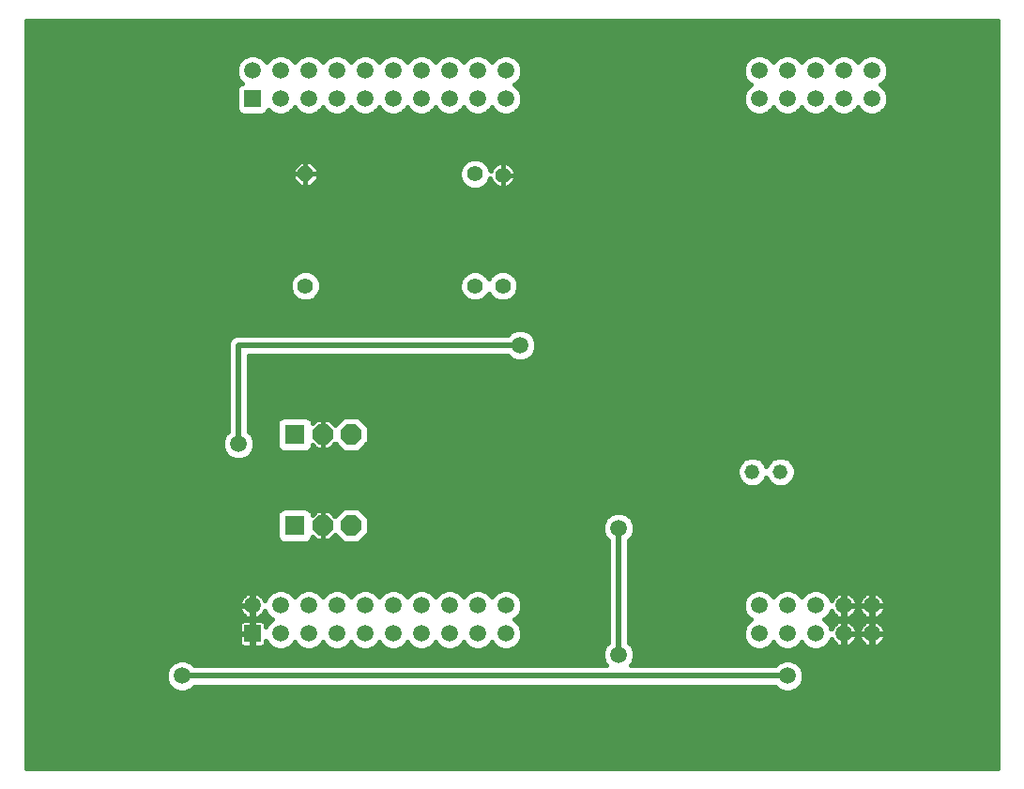
<source format=gbl>
G75*
%MOIN*%
%OFA0B0*%
%FSLAX25Y25*%
%IPPOS*%
%LPD*%
%AMOC8*
5,1,8,0,0,1.08239X$1,22.5*
%
%ADD10C,0.05200*%
%ADD11R,0.07087X0.07087*%
%ADD12OC8,0.07087*%
%ADD13R,0.05937X0.05937*%
%ADD14C,0.05937*%
%ADD15C,0.05512*%
%ADD16OC8,0.05512*%
%ADD17C,0.01600*%
%ADD18C,0.05906*%
%ADD19C,0.02000*%
D10*
X0279300Y0121800D03*
X0289300Y0121800D03*
D11*
X0116800Y0135206D03*
X0116800Y0102706D03*
D12*
X0126800Y0102706D03*
X0136800Y0102706D03*
X0136800Y0135206D03*
X0126800Y0135206D03*
D13*
X0101800Y0064300D03*
X0101800Y0254300D03*
D14*
X0111800Y0254300D03*
X0111800Y0264300D03*
X0101800Y0264300D03*
X0121800Y0264300D03*
X0131800Y0264300D03*
X0131800Y0254300D03*
X0121800Y0254300D03*
X0141800Y0254300D03*
X0141800Y0264300D03*
X0151800Y0264300D03*
X0161800Y0264300D03*
X0161800Y0254300D03*
X0151800Y0254300D03*
X0171800Y0254300D03*
X0181800Y0254300D03*
X0181800Y0264300D03*
X0171800Y0264300D03*
X0191800Y0264300D03*
X0191800Y0254300D03*
X0281800Y0254300D03*
X0281800Y0264300D03*
X0291800Y0264300D03*
X0301800Y0264300D03*
X0301800Y0254300D03*
X0291800Y0254300D03*
X0311800Y0254300D03*
X0321800Y0254300D03*
X0321800Y0264300D03*
X0311800Y0264300D03*
X0311800Y0074300D03*
X0321800Y0074300D03*
X0321800Y0064300D03*
X0311800Y0064300D03*
X0301800Y0064300D03*
X0291800Y0064300D03*
X0281800Y0064300D03*
X0281800Y0074300D03*
X0291800Y0074300D03*
X0301800Y0074300D03*
X0191800Y0074300D03*
X0181800Y0074300D03*
X0171800Y0074300D03*
X0161800Y0074300D03*
X0151800Y0074300D03*
X0141800Y0074300D03*
X0131800Y0074300D03*
X0121800Y0074300D03*
X0111800Y0074300D03*
X0101800Y0074300D03*
X0111800Y0064300D03*
X0121800Y0064300D03*
X0131800Y0064300D03*
X0141800Y0064300D03*
X0151800Y0064300D03*
X0161800Y0064300D03*
X0171800Y0064300D03*
X0181800Y0064300D03*
X0191800Y0064300D03*
D15*
X0190658Y0187902D03*
X0180816Y0187902D03*
X0180816Y0227666D03*
X0190658Y0227272D03*
X0120580Y0187902D03*
D16*
X0120580Y0227666D03*
D17*
X0021600Y0281961D02*
X0021600Y0016600D01*
X0366331Y0016600D01*
X0366331Y0281961D01*
X0021600Y0281961D01*
X0021600Y0281948D02*
X0366331Y0281948D01*
X0366331Y0280350D02*
X0021600Y0280350D01*
X0021600Y0278751D02*
X0366331Y0278751D01*
X0366331Y0277153D02*
X0021600Y0277153D01*
X0021600Y0275554D02*
X0366331Y0275554D01*
X0366331Y0273956D02*
X0021600Y0273956D01*
X0021600Y0272357D02*
X0366331Y0272357D01*
X0366331Y0270759D02*
X0021600Y0270759D01*
X0021600Y0269160D02*
X0098502Y0269160D01*
X0098532Y0269190D02*
X0096910Y0267568D01*
X0096031Y0265447D01*
X0096031Y0263153D01*
X0096910Y0261032D01*
X0097991Y0259951D01*
X0097245Y0259642D01*
X0096458Y0258855D01*
X0096031Y0257825D01*
X0096031Y0250775D01*
X0096458Y0249745D01*
X0097245Y0248958D01*
X0098275Y0248531D01*
X0105325Y0248531D01*
X0106355Y0248958D01*
X0107142Y0249745D01*
X0107451Y0250491D01*
X0108532Y0249410D01*
X0110653Y0248531D01*
X0112947Y0248531D01*
X0115068Y0249410D01*
X0116690Y0251032D01*
X0116800Y0251297D01*
X0116910Y0251032D01*
X0118532Y0249410D01*
X0120653Y0248531D01*
X0122947Y0248531D01*
X0125068Y0249410D01*
X0126690Y0251032D01*
X0126800Y0251297D01*
X0126910Y0251032D01*
X0128532Y0249410D01*
X0130653Y0248531D01*
X0132947Y0248531D01*
X0135068Y0249410D01*
X0136690Y0251032D01*
X0136800Y0251297D01*
X0136910Y0251032D01*
X0138532Y0249410D01*
X0140653Y0248531D01*
X0142947Y0248531D01*
X0145068Y0249410D01*
X0146690Y0251032D01*
X0146800Y0251297D01*
X0146910Y0251032D01*
X0148532Y0249410D01*
X0150653Y0248531D01*
X0152947Y0248531D01*
X0155068Y0249410D01*
X0156690Y0251032D01*
X0156800Y0251297D01*
X0156910Y0251032D01*
X0158532Y0249410D01*
X0160653Y0248531D01*
X0162947Y0248531D01*
X0165068Y0249410D01*
X0166690Y0251032D01*
X0166800Y0251297D01*
X0166910Y0251032D01*
X0168532Y0249410D01*
X0170653Y0248531D01*
X0172947Y0248531D01*
X0175068Y0249410D01*
X0176690Y0251032D01*
X0176800Y0251297D01*
X0176910Y0251032D01*
X0178532Y0249410D01*
X0180653Y0248531D01*
X0182947Y0248531D01*
X0185068Y0249410D01*
X0186690Y0251032D01*
X0186800Y0251297D01*
X0186910Y0251032D01*
X0188532Y0249410D01*
X0190653Y0248531D01*
X0192947Y0248531D01*
X0195068Y0249410D01*
X0196690Y0251032D01*
X0197568Y0253153D01*
X0197568Y0255447D01*
X0196690Y0257568D01*
X0195068Y0259190D01*
X0194803Y0259300D01*
X0195068Y0259410D01*
X0196690Y0261032D01*
X0197568Y0263153D01*
X0197568Y0265447D01*
X0196690Y0267568D01*
X0195068Y0269190D01*
X0192947Y0270068D01*
X0190653Y0270068D01*
X0188532Y0269190D01*
X0186910Y0267568D01*
X0186800Y0267303D01*
X0186690Y0267568D01*
X0185068Y0269190D01*
X0182947Y0270068D01*
X0180653Y0270068D01*
X0178532Y0269190D01*
X0176910Y0267568D01*
X0176800Y0267303D01*
X0176690Y0267568D01*
X0175068Y0269190D01*
X0172947Y0270068D01*
X0170653Y0270068D01*
X0168532Y0269190D01*
X0166910Y0267568D01*
X0166800Y0267303D01*
X0166690Y0267568D01*
X0165068Y0269190D01*
X0162947Y0270068D01*
X0160653Y0270068D01*
X0158532Y0269190D01*
X0156910Y0267568D01*
X0156800Y0267303D01*
X0156690Y0267568D01*
X0155068Y0269190D01*
X0152947Y0270068D01*
X0150653Y0270068D01*
X0148532Y0269190D01*
X0146910Y0267568D01*
X0146800Y0267303D01*
X0146690Y0267568D01*
X0145068Y0269190D01*
X0142947Y0270068D01*
X0140653Y0270068D01*
X0138532Y0269190D01*
X0136910Y0267568D01*
X0136800Y0267303D01*
X0136690Y0267568D01*
X0135068Y0269190D01*
X0132947Y0270068D01*
X0130653Y0270068D01*
X0128532Y0269190D01*
X0126910Y0267568D01*
X0126800Y0267303D01*
X0126690Y0267568D01*
X0125068Y0269190D01*
X0122947Y0270068D01*
X0120653Y0270068D01*
X0118532Y0269190D01*
X0116910Y0267568D01*
X0116800Y0267303D01*
X0116690Y0267568D01*
X0115068Y0269190D01*
X0112947Y0270068D01*
X0110653Y0270068D01*
X0108532Y0269190D01*
X0106910Y0267568D01*
X0106800Y0267303D01*
X0106690Y0267568D01*
X0105068Y0269190D01*
X0102947Y0270068D01*
X0100653Y0270068D01*
X0098532Y0269190D01*
X0096907Y0267562D02*
X0021600Y0267562D01*
X0021600Y0265963D02*
X0096245Y0265963D01*
X0096031Y0264365D02*
X0021600Y0264365D01*
X0021600Y0262766D02*
X0096191Y0262766D01*
X0096854Y0261168D02*
X0021600Y0261168D01*
X0021600Y0259569D02*
X0097172Y0259569D01*
X0096092Y0257971D02*
X0021600Y0257971D01*
X0021600Y0256372D02*
X0096031Y0256372D01*
X0096031Y0254774D02*
X0021600Y0254774D01*
X0021600Y0253175D02*
X0096031Y0253175D01*
X0096031Y0251577D02*
X0021600Y0251577D01*
X0021600Y0249978D02*
X0096361Y0249978D01*
X0107239Y0249978D02*
X0107964Y0249978D01*
X0115636Y0249978D02*
X0117964Y0249978D01*
X0125636Y0249978D02*
X0127964Y0249978D01*
X0135636Y0249978D02*
X0137964Y0249978D01*
X0145636Y0249978D02*
X0147964Y0249978D01*
X0155636Y0249978D02*
X0157964Y0249978D01*
X0165636Y0249978D02*
X0167964Y0249978D01*
X0175636Y0249978D02*
X0177964Y0249978D01*
X0185636Y0249978D02*
X0187964Y0249978D01*
X0195636Y0249978D02*
X0277964Y0249978D01*
X0278532Y0249410D02*
X0276910Y0251032D01*
X0276031Y0253153D01*
X0276031Y0255447D01*
X0276910Y0257568D01*
X0278532Y0259190D01*
X0278797Y0259300D01*
X0278532Y0259410D01*
X0276910Y0261032D01*
X0276031Y0263153D01*
X0276031Y0265447D01*
X0276910Y0267568D01*
X0278532Y0269190D01*
X0280653Y0270068D01*
X0282947Y0270068D01*
X0285068Y0269190D01*
X0286690Y0267568D01*
X0286800Y0267303D01*
X0286910Y0267568D01*
X0288532Y0269190D01*
X0290653Y0270068D01*
X0292947Y0270068D01*
X0295068Y0269190D01*
X0296690Y0267568D01*
X0296800Y0267303D01*
X0296910Y0267568D01*
X0298532Y0269190D01*
X0300653Y0270068D01*
X0302947Y0270068D01*
X0305068Y0269190D01*
X0306690Y0267568D01*
X0306800Y0267303D01*
X0306910Y0267568D01*
X0308532Y0269190D01*
X0310653Y0270068D01*
X0312947Y0270068D01*
X0315068Y0269190D01*
X0316690Y0267568D01*
X0316800Y0267303D01*
X0316910Y0267568D01*
X0318532Y0269190D01*
X0320653Y0270068D01*
X0322947Y0270068D01*
X0325068Y0269190D01*
X0326690Y0267568D01*
X0327568Y0265447D01*
X0327568Y0263153D01*
X0326690Y0261032D01*
X0325068Y0259410D01*
X0324803Y0259300D01*
X0325068Y0259190D01*
X0326690Y0257568D01*
X0327568Y0255447D01*
X0327568Y0253153D01*
X0326690Y0251032D01*
X0325068Y0249410D01*
X0322947Y0248531D01*
X0320653Y0248531D01*
X0318532Y0249410D01*
X0316910Y0251032D01*
X0316800Y0251297D01*
X0316690Y0251032D01*
X0315068Y0249410D01*
X0312947Y0248531D01*
X0310653Y0248531D01*
X0308532Y0249410D01*
X0306910Y0251032D01*
X0306800Y0251297D01*
X0306690Y0251032D01*
X0305068Y0249410D01*
X0302947Y0248531D01*
X0300653Y0248531D01*
X0298532Y0249410D01*
X0296910Y0251032D01*
X0296800Y0251297D01*
X0296690Y0251032D01*
X0295068Y0249410D01*
X0292947Y0248531D01*
X0290653Y0248531D01*
X0288532Y0249410D01*
X0286910Y0251032D01*
X0286800Y0251297D01*
X0286690Y0251032D01*
X0285068Y0249410D01*
X0282947Y0248531D01*
X0280653Y0248531D01*
X0278532Y0249410D01*
X0276684Y0251577D02*
X0196916Y0251577D01*
X0197568Y0253175D02*
X0276031Y0253175D01*
X0276031Y0254774D02*
X0197568Y0254774D01*
X0197185Y0256372D02*
X0276415Y0256372D01*
X0277313Y0257971D02*
X0196287Y0257971D01*
X0195227Y0259569D02*
X0278373Y0259569D01*
X0276854Y0261168D02*
X0196746Y0261168D01*
X0197408Y0262766D02*
X0276191Y0262766D01*
X0276031Y0264365D02*
X0197568Y0264365D01*
X0197355Y0265963D02*
X0276245Y0265963D01*
X0276907Y0267562D02*
X0196693Y0267562D01*
X0195098Y0269160D02*
X0278502Y0269160D01*
X0285098Y0269160D02*
X0288502Y0269160D01*
X0286907Y0267562D02*
X0286693Y0267562D01*
X0295098Y0269160D02*
X0298502Y0269160D01*
X0296907Y0267562D02*
X0296693Y0267562D01*
X0305098Y0269160D02*
X0308502Y0269160D01*
X0306907Y0267562D02*
X0306693Y0267562D01*
X0315098Y0269160D02*
X0318502Y0269160D01*
X0316907Y0267562D02*
X0316693Y0267562D01*
X0325098Y0269160D02*
X0366331Y0269160D01*
X0366331Y0267562D02*
X0326693Y0267562D01*
X0327355Y0265963D02*
X0366331Y0265963D01*
X0366331Y0264365D02*
X0327568Y0264365D01*
X0327408Y0262766D02*
X0366331Y0262766D01*
X0366331Y0261168D02*
X0326746Y0261168D01*
X0325227Y0259569D02*
X0366331Y0259569D01*
X0366331Y0257971D02*
X0326287Y0257971D01*
X0327185Y0256372D02*
X0366331Y0256372D01*
X0366331Y0254774D02*
X0327568Y0254774D01*
X0327568Y0253175D02*
X0366331Y0253175D01*
X0366331Y0251577D02*
X0326916Y0251577D01*
X0325636Y0249978D02*
X0366331Y0249978D01*
X0366331Y0248380D02*
X0021600Y0248380D01*
X0021600Y0246781D02*
X0366331Y0246781D01*
X0366331Y0245183D02*
X0021600Y0245183D01*
X0021600Y0243584D02*
X0366331Y0243584D01*
X0366331Y0241986D02*
X0021600Y0241986D01*
X0021600Y0240387D02*
X0366331Y0240387D01*
X0366331Y0238789D02*
X0021600Y0238789D01*
X0021600Y0237190D02*
X0366331Y0237190D01*
X0366331Y0235592D02*
X0021600Y0235592D01*
X0021600Y0233993D02*
X0366331Y0233993D01*
X0366331Y0232395D02*
X0183919Y0232395D01*
X0183963Y0232376D02*
X0181921Y0233222D01*
X0179711Y0233222D01*
X0177669Y0232376D01*
X0176106Y0230813D01*
X0175260Y0228771D01*
X0175260Y0226561D01*
X0176106Y0224519D01*
X0177669Y0222956D01*
X0179711Y0222110D01*
X0181921Y0222110D01*
X0183963Y0222956D01*
X0185526Y0224519D01*
X0186219Y0226192D01*
X0186436Y0225524D01*
X0186762Y0224885D01*
X0187183Y0224304D01*
X0187690Y0223797D01*
X0188270Y0223376D01*
X0188909Y0223050D01*
X0189591Y0222829D01*
X0190300Y0222717D01*
X0190658Y0222717D01*
X0190658Y0227272D01*
X0190658Y0227272D01*
X0190658Y0222717D01*
X0191017Y0222717D01*
X0191725Y0222829D01*
X0192407Y0223050D01*
X0193046Y0223376D01*
X0193626Y0223797D01*
X0194133Y0224304D01*
X0194555Y0224885D01*
X0194880Y0225524D01*
X0195102Y0226206D01*
X0195214Y0226914D01*
X0195214Y0227272D01*
X0190658Y0227272D01*
X0190658Y0227272D01*
X0190658Y0227273D02*
X0190658Y0231828D01*
X0190300Y0231828D01*
X0189591Y0231716D01*
X0188909Y0231495D01*
X0188270Y0231169D01*
X0187690Y0230747D01*
X0187183Y0230240D01*
X0186762Y0229660D01*
X0186436Y0229021D01*
X0186362Y0228794D01*
X0185526Y0230813D01*
X0183963Y0232376D01*
X0185533Y0230796D02*
X0187757Y0230796D01*
X0186526Y0229198D02*
X0186195Y0229198D01*
X0186139Y0226001D02*
X0186281Y0226001D01*
X0187112Y0224402D02*
X0185409Y0224402D01*
X0183595Y0222803D02*
X0189751Y0222803D01*
X0190658Y0222803D02*
X0190658Y0222803D01*
X0191566Y0222803D02*
X0366331Y0222803D01*
X0366331Y0221205D02*
X0021600Y0221205D01*
X0021600Y0222803D02*
X0178037Y0222803D01*
X0176223Y0224402D02*
X0123758Y0224402D01*
X0122467Y0223110D02*
X0125135Y0225779D01*
X0125135Y0227666D01*
X0120580Y0227666D01*
X0120580Y0227666D01*
X0125135Y0227666D01*
X0125135Y0229553D01*
X0122467Y0232222D01*
X0120580Y0232222D01*
X0120580Y0227666D01*
X0120580Y0223110D01*
X0122467Y0223110D01*
X0120579Y0223110D02*
X0120579Y0227666D01*
X0116024Y0227666D01*
X0116024Y0225779D01*
X0118692Y0223110D01*
X0120579Y0223110D01*
X0120579Y0224402D02*
X0120580Y0224402D01*
X0120579Y0226001D02*
X0120580Y0226001D01*
X0120579Y0227599D02*
X0120580Y0227599D01*
X0120579Y0227666D02*
X0120580Y0227666D01*
X0120579Y0227666D01*
X0120579Y0227666D01*
X0116024Y0227666D01*
X0116024Y0229553D01*
X0118692Y0232222D01*
X0120579Y0232222D01*
X0120579Y0227666D01*
X0120579Y0229198D02*
X0120580Y0229198D01*
X0120579Y0230796D02*
X0120580Y0230796D01*
X0123893Y0230796D02*
X0176099Y0230796D01*
X0175436Y0229198D02*
X0125135Y0229198D01*
X0125135Y0227599D02*
X0175260Y0227599D01*
X0175492Y0226001D02*
X0125135Y0226001D01*
X0117401Y0224402D02*
X0021600Y0224402D01*
X0021600Y0226001D02*
X0116024Y0226001D01*
X0116024Y0227599D02*
X0021600Y0227599D01*
X0021600Y0229198D02*
X0116024Y0229198D01*
X0117266Y0230796D02*
X0021600Y0230796D01*
X0021600Y0232395D02*
X0177713Y0232395D01*
X0190658Y0231828D02*
X0190658Y0227273D01*
X0190658Y0227273D01*
X0190658Y0227272D02*
X0195214Y0227272D01*
X0195214Y0227631D01*
X0195102Y0228339D01*
X0194880Y0229021D01*
X0194555Y0229660D01*
X0194133Y0230240D01*
X0193626Y0230747D01*
X0193046Y0231169D01*
X0192407Y0231495D01*
X0191725Y0231716D01*
X0191017Y0231828D01*
X0190658Y0231828D01*
X0190658Y0230796D02*
X0190658Y0230796D01*
X0190658Y0229198D02*
X0190658Y0229198D01*
X0190658Y0227599D02*
X0190658Y0227599D01*
X0190658Y0226001D02*
X0190658Y0226001D01*
X0190658Y0224402D02*
X0190658Y0224402D01*
X0194204Y0224402D02*
X0366331Y0224402D01*
X0366331Y0226001D02*
X0195035Y0226001D01*
X0195214Y0227599D02*
X0366331Y0227599D01*
X0366331Y0229198D02*
X0194791Y0229198D01*
X0193559Y0230796D02*
X0366331Y0230796D01*
X0366331Y0219606D02*
X0021600Y0219606D01*
X0021600Y0218008D02*
X0366331Y0218008D01*
X0366331Y0216409D02*
X0021600Y0216409D01*
X0021600Y0214811D02*
X0366331Y0214811D01*
X0366331Y0213212D02*
X0021600Y0213212D01*
X0021600Y0211614D02*
X0366331Y0211614D01*
X0366331Y0210015D02*
X0021600Y0210015D01*
X0021600Y0208417D02*
X0366331Y0208417D01*
X0366331Y0206818D02*
X0021600Y0206818D01*
X0021600Y0205220D02*
X0366331Y0205220D01*
X0366331Y0203621D02*
X0021600Y0203621D01*
X0021600Y0202023D02*
X0366331Y0202023D01*
X0366331Y0200424D02*
X0021600Y0200424D01*
X0021600Y0198826D02*
X0366331Y0198826D01*
X0366331Y0197227D02*
X0021600Y0197227D01*
X0021600Y0195629D02*
X0366331Y0195629D01*
X0366331Y0194030D02*
X0021600Y0194030D01*
X0021600Y0192432D02*
X0117252Y0192432D01*
X0117432Y0192612D02*
X0115869Y0191050D01*
X0115024Y0189007D01*
X0115024Y0186797D01*
X0115869Y0184755D01*
X0117432Y0183192D01*
X0119474Y0182346D01*
X0121685Y0182346D01*
X0123727Y0183192D01*
X0125290Y0184755D01*
X0126135Y0186797D01*
X0126135Y0189007D01*
X0125290Y0191050D01*
X0123727Y0192612D01*
X0121685Y0193458D01*
X0119474Y0193458D01*
X0117432Y0192612D01*
X0115780Y0190833D02*
X0021600Y0190833D01*
X0021600Y0189235D02*
X0115118Y0189235D01*
X0115024Y0187636D02*
X0021600Y0187636D01*
X0021600Y0186038D02*
X0115338Y0186038D01*
X0116185Y0184439D02*
X0021600Y0184439D01*
X0021600Y0182841D02*
X0118281Y0182841D01*
X0122878Y0182841D02*
X0178517Y0182841D01*
X0177669Y0183192D02*
X0179711Y0182346D01*
X0181921Y0182346D01*
X0183963Y0183192D01*
X0185526Y0184755D01*
X0185737Y0185265D01*
X0185948Y0184755D01*
X0187511Y0183192D01*
X0189553Y0182346D01*
X0191763Y0182346D01*
X0193805Y0183192D01*
X0195368Y0184755D01*
X0196214Y0186797D01*
X0196214Y0189007D01*
X0195368Y0191050D01*
X0193805Y0192612D01*
X0191763Y0193458D01*
X0189553Y0193458D01*
X0187511Y0192612D01*
X0185948Y0191050D01*
X0185737Y0190540D01*
X0185526Y0191050D01*
X0183963Y0192612D01*
X0181921Y0193458D01*
X0179711Y0193458D01*
X0177669Y0192612D01*
X0176106Y0191050D01*
X0175260Y0189007D01*
X0175260Y0186797D01*
X0176106Y0184755D01*
X0177669Y0183192D01*
X0176422Y0184439D02*
X0124974Y0184439D01*
X0125821Y0186038D02*
X0175574Y0186038D01*
X0175260Y0187636D02*
X0126135Y0187636D01*
X0126041Y0189235D02*
X0175354Y0189235D01*
X0176016Y0190833D02*
X0125379Y0190833D01*
X0123907Y0192432D02*
X0177488Y0192432D01*
X0184144Y0192432D02*
X0187330Y0192432D01*
X0185859Y0190833D02*
X0185615Y0190833D01*
X0185210Y0184439D02*
X0186264Y0184439D01*
X0188360Y0182841D02*
X0183114Y0182841D01*
X0192957Y0182841D02*
X0366331Y0182841D01*
X0366331Y0184439D02*
X0195052Y0184439D01*
X0195900Y0186038D02*
X0366331Y0186038D01*
X0366331Y0187636D02*
X0196214Y0187636D01*
X0196120Y0189235D02*
X0366331Y0189235D01*
X0366331Y0190833D02*
X0195458Y0190833D01*
X0193986Y0192432D02*
X0366331Y0192432D01*
X0366331Y0181242D02*
X0021600Y0181242D01*
X0021600Y0179644D02*
X0366331Y0179644D01*
X0366331Y0178045D02*
X0021600Y0178045D01*
X0021600Y0176447D02*
X0366331Y0176447D01*
X0366331Y0174848D02*
X0021600Y0174848D01*
X0021600Y0173250D02*
X0366331Y0173250D01*
X0366331Y0171651D02*
X0200084Y0171651D01*
X0200059Y0171677D02*
X0197944Y0172553D01*
X0195656Y0172553D01*
X0193541Y0171677D01*
X0192464Y0170600D01*
X0096044Y0170600D01*
X0094647Y0170021D01*
X0093579Y0168953D01*
X0093000Y0167556D01*
X0093000Y0136136D01*
X0091923Y0135059D01*
X0091047Y0132944D01*
X0091047Y0130656D01*
X0091923Y0128541D01*
X0093541Y0126923D01*
X0095656Y0126047D01*
X0097944Y0126047D01*
X0100059Y0126923D01*
X0101677Y0128541D01*
X0102553Y0130656D01*
X0102553Y0132944D01*
X0101677Y0135059D01*
X0100600Y0136136D01*
X0100600Y0163000D01*
X0192464Y0163000D01*
X0193541Y0161923D01*
X0195656Y0161047D01*
X0197944Y0161047D01*
X0200059Y0161923D01*
X0201677Y0163541D01*
X0202553Y0165656D01*
X0202553Y0167944D01*
X0201677Y0170059D01*
X0200059Y0171677D01*
X0201679Y0170053D02*
X0366331Y0170053D01*
X0366331Y0168454D02*
X0202342Y0168454D01*
X0202553Y0166856D02*
X0366331Y0166856D01*
X0366331Y0165257D02*
X0202388Y0165257D01*
X0201726Y0163659D02*
X0366331Y0163659D01*
X0366331Y0162060D02*
X0200196Y0162060D01*
X0193404Y0162060D02*
X0100600Y0162060D01*
X0100600Y0160462D02*
X0366331Y0160462D01*
X0366331Y0158863D02*
X0100600Y0158863D01*
X0100600Y0157265D02*
X0366331Y0157265D01*
X0366331Y0155666D02*
X0100600Y0155666D01*
X0100600Y0154068D02*
X0366331Y0154068D01*
X0366331Y0152469D02*
X0100600Y0152469D01*
X0100600Y0150870D02*
X0366331Y0150870D01*
X0366331Y0149272D02*
X0100600Y0149272D01*
X0100600Y0147673D02*
X0366331Y0147673D01*
X0366331Y0146075D02*
X0100600Y0146075D01*
X0100600Y0144476D02*
X0366331Y0144476D01*
X0366331Y0142878D02*
X0100600Y0142878D01*
X0100600Y0141279D02*
X0112049Y0141279D01*
X0111671Y0141123D02*
X0110883Y0140335D01*
X0110457Y0139306D01*
X0110457Y0131105D01*
X0110883Y0130076D01*
X0111671Y0129288D01*
X0112700Y0128862D01*
X0120900Y0128862D01*
X0121929Y0129288D01*
X0122717Y0130076D01*
X0123143Y0131105D01*
X0123143Y0131306D01*
X0124587Y0129862D01*
X0126800Y0129862D01*
X0129013Y0129862D01*
X0131093Y0131942D01*
X0134173Y0128862D01*
X0139427Y0128862D01*
X0143143Y0132578D01*
X0143143Y0137833D01*
X0139427Y0141549D01*
X0134173Y0141549D01*
X0131093Y0138469D01*
X0129013Y0140549D01*
X0126800Y0140549D01*
X0126800Y0135206D01*
X0126800Y0140549D01*
X0124587Y0140549D01*
X0123143Y0139105D01*
X0123143Y0139306D01*
X0122717Y0140335D01*
X0121929Y0141123D01*
X0120900Y0141549D01*
X0112700Y0141549D01*
X0111671Y0141123D01*
X0110612Y0139681D02*
X0100600Y0139681D01*
X0100600Y0138082D02*
X0110457Y0138082D01*
X0110457Y0136484D02*
X0100600Y0136484D01*
X0101749Y0134885D02*
X0110457Y0134885D01*
X0110457Y0133287D02*
X0102411Y0133287D01*
X0102553Y0131688D02*
X0110457Y0131688D01*
X0110877Y0130090D02*
X0102318Y0130090D01*
X0101627Y0128491D02*
X0366331Y0128491D01*
X0366331Y0126893D02*
X0291116Y0126893D01*
X0290374Y0127200D02*
X0288226Y0127200D01*
X0286241Y0126378D01*
X0284722Y0124859D01*
X0284300Y0123840D01*
X0283878Y0124859D01*
X0282359Y0126378D01*
X0280374Y0127200D01*
X0278226Y0127200D01*
X0276241Y0126378D01*
X0274722Y0124859D01*
X0273900Y0122874D01*
X0273900Y0120726D01*
X0274722Y0118741D01*
X0276241Y0117222D01*
X0278226Y0116400D01*
X0280374Y0116400D01*
X0282359Y0117222D01*
X0283878Y0118741D01*
X0284300Y0119760D01*
X0284722Y0118741D01*
X0286241Y0117222D01*
X0288226Y0116400D01*
X0290374Y0116400D01*
X0292359Y0117222D01*
X0293878Y0118741D01*
X0294700Y0120726D01*
X0294700Y0122874D01*
X0293878Y0124859D01*
X0292359Y0126378D01*
X0290374Y0127200D01*
X0287484Y0126893D02*
X0281116Y0126893D01*
X0283442Y0125294D02*
X0285158Y0125294D01*
X0284656Y0118900D02*
X0283944Y0118900D01*
X0282438Y0117302D02*
X0286161Y0117302D01*
X0292438Y0117302D02*
X0366331Y0117302D01*
X0366331Y0118900D02*
X0293944Y0118900D01*
X0294606Y0120499D02*
X0366331Y0120499D01*
X0366331Y0122097D02*
X0294700Y0122097D01*
X0294360Y0123696D02*
X0366331Y0123696D01*
X0366331Y0125294D02*
X0293442Y0125294D01*
X0277484Y0126893D02*
X0099986Y0126893D01*
X0093614Y0126893D02*
X0021600Y0126893D01*
X0021600Y0128491D02*
X0091973Y0128491D01*
X0091282Y0130090D02*
X0021600Y0130090D01*
X0021600Y0131688D02*
X0091047Y0131688D01*
X0091189Y0133287D02*
X0021600Y0133287D01*
X0021600Y0134885D02*
X0091851Y0134885D01*
X0093000Y0136484D02*
X0021600Y0136484D01*
X0021600Y0138082D02*
X0093000Y0138082D01*
X0093000Y0139681D02*
X0021600Y0139681D01*
X0021600Y0141279D02*
X0093000Y0141279D01*
X0093000Y0142878D02*
X0021600Y0142878D01*
X0021600Y0144476D02*
X0093000Y0144476D01*
X0093000Y0146075D02*
X0021600Y0146075D01*
X0021600Y0147673D02*
X0093000Y0147673D01*
X0093000Y0149272D02*
X0021600Y0149272D01*
X0021600Y0150870D02*
X0093000Y0150870D01*
X0093000Y0152469D02*
X0021600Y0152469D01*
X0021600Y0154068D02*
X0093000Y0154068D01*
X0093000Y0155666D02*
X0021600Y0155666D01*
X0021600Y0157265D02*
X0093000Y0157265D01*
X0093000Y0158863D02*
X0021600Y0158863D01*
X0021600Y0160462D02*
X0093000Y0160462D01*
X0093000Y0162060D02*
X0021600Y0162060D01*
X0021600Y0163659D02*
X0093000Y0163659D01*
X0093000Y0165257D02*
X0021600Y0165257D01*
X0021600Y0166856D02*
X0093000Y0166856D01*
X0093372Y0168454D02*
X0021600Y0168454D01*
X0021600Y0170053D02*
X0094723Y0170053D01*
X0121551Y0141279D02*
X0133903Y0141279D01*
X0132305Y0139681D02*
X0129881Y0139681D01*
X0126800Y0139681D02*
X0126800Y0139681D01*
X0126800Y0138082D02*
X0126800Y0138082D01*
X0126800Y0136484D02*
X0126800Y0136484D01*
X0126800Y0135206D02*
X0126800Y0135206D01*
X0126800Y0135205D02*
X0126800Y0129862D01*
X0126800Y0135205D01*
X0126800Y0135205D01*
X0126800Y0134885D02*
X0126800Y0134885D01*
X0126800Y0133287D02*
X0126800Y0133287D01*
X0126800Y0131688D02*
X0126800Y0131688D01*
X0126800Y0130090D02*
X0126800Y0130090D01*
X0129241Y0130090D02*
X0132945Y0130090D01*
X0131346Y0131688D02*
X0130839Y0131688D01*
X0124359Y0130090D02*
X0122723Y0130090D01*
X0122988Y0139681D02*
X0123719Y0139681D01*
X0139697Y0141279D02*
X0366331Y0141279D01*
X0366331Y0139681D02*
X0141295Y0139681D01*
X0142894Y0138082D02*
X0366331Y0138082D01*
X0366331Y0136484D02*
X0143143Y0136484D01*
X0143143Y0134885D02*
X0366331Y0134885D01*
X0366331Y0133287D02*
X0143143Y0133287D01*
X0142254Y0131688D02*
X0366331Y0131688D01*
X0366331Y0130090D02*
X0140655Y0130090D01*
X0139427Y0109049D02*
X0134173Y0109049D01*
X0131093Y0105969D01*
X0129013Y0108049D01*
X0126800Y0108049D01*
X0126800Y0102706D01*
X0126800Y0108049D01*
X0124587Y0108049D01*
X0123143Y0106605D01*
X0123143Y0106806D01*
X0122717Y0107835D01*
X0121929Y0108623D01*
X0120900Y0109049D01*
X0112700Y0109049D01*
X0111671Y0108623D01*
X0110883Y0107835D01*
X0110457Y0106806D01*
X0110457Y0098605D01*
X0110883Y0097576D01*
X0111671Y0096788D01*
X0112700Y0096362D01*
X0120900Y0096362D01*
X0121929Y0096788D01*
X0122717Y0097576D01*
X0123143Y0098605D01*
X0123143Y0098806D01*
X0124587Y0097362D01*
X0126800Y0097362D01*
X0129013Y0097362D01*
X0131093Y0099442D01*
X0134173Y0096362D01*
X0139427Y0096362D01*
X0143143Y0100078D01*
X0143143Y0105333D01*
X0139427Y0109049D01*
X0140766Y0107711D02*
X0366331Y0107711D01*
X0366331Y0109309D02*
X0021600Y0109309D01*
X0021600Y0107711D02*
X0110832Y0107711D01*
X0110457Y0106112D02*
X0021600Y0106112D01*
X0021600Y0104514D02*
X0110457Y0104514D01*
X0110457Y0102915D02*
X0021600Y0102915D01*
X0021600Y0101317D02*
X0110457Y0101317D01*
X0110457Y0099718D02*
X0021600Y0099718D01*
X0021600Y0098120D02*
X0110658Y0098120D01*
X0112316Y0096521D02*
X0021600Y0096521D01*
X0021600Y0094923D02*
X0228000Y0094923D01*
X0228000Y0096521D02*
X0139586Y0096521D01*
X0141185Y0098120D02*
X0227345Y0098120D01*
X0226923Y0098541D02*
X0228000Y0097464D01*
X0228000Y0061136D01*
X0226923Y0060059D01*
X0226047Y0057944D01*
X0226047Y0055656D01*
X0226923Y0053541D01*
X0227364Y0053100D01*
X0081136Y0053100D01*
X0080059Y0054177D01*
X0077944Y0055053D01*
X0075656Y0055053D01*
X0073541Y0054177D01*
X0071923Y0052559D01*
X0071047Y0050444D01*
X0071047Y0048156D01*
X0071923Y0046041D01*
X0073541Y0044423D01*
X0075656Y0043547D01*
X0077944Y0043547D01*
X0080059Y0044423D01*
X0081136Y0045500D01*
X0287464Y0045500D01*
X0288541Y0044423D01*
X0290656Y0043547D01*
X0292944Y0043547D01*
X0295059Y0044423D01*
X0296677Y0046041D01*
X0297553Y0048156D01*
X0297553Y0050444D01*
X0296677Y0052559D01*
X0295059Y0054177D01*
X0292944Y0055053D01*
X0290656Y0055053D01*
X0288541Y0054177D01*
X0287464Y0053100D01*
X0236236Y0053100D01*
X0236677Y0053541D01*
X0237553Y0055656D01*
X0237553Y0057944D01*
X0236677Y0060059D01*
X0235600Y0061136D01*
X0235600Y0097464D01*
X0236677Y0098541D01*
X0237553Y0100656D01*
X0237553Y0102944D01*
X0236677Y0105059D01*
X0235059Y0106677D01*
X0232944Y0107553D01*
X0230656Y0107553D01*
X0228541Y0106677D01*
X0226923Y0105059D01*
X0226047Y0102944D01*
X0226047Y0100656D01*
X0226923Y0098541D01*
X0226436Y0099718D02*
X0142783Y0099718D01*
X0143143Y0101317D02*
X0226047Y0101317D01*
X0226047Y0102915D02*
X0143143Y0102915D01*
X0143143Y0104514D02*
X0226697Y0104514D01*
X0227977Y0106112D02*
X0142364Y0106112D01*
X0132834Y0107711D02*
X0129351Y0107711D01*
X0130950Y0106112D02*
X0131236Y0106112D01*
X0126800Y0106112D02*
X0126800Y0106112D01*
X0126800Y0104514D02*
X0126800Y0104514D01*
X0126800Y0102915D02*
X0126800Y0102915D01*
X0126800Y0102706D02*
X0126800Y0102706D01*
X0126800Y0102705D02*
X0126800Y0097362D01*
X0126800Y0102705D01*
X0126800Y0102705D01*
X0126800Y0101317D02*
X0126800Y0101317D01*
X0126800Y0099718D02*
X0126800Y0099718D01*
X0126800Y0098120D02*
X0126800Y0098120D01*
X0129771Y0098120D02*
X0132415Y0098120D01*
X0134014Y0096521D02*
X0121284Y0096521D01*
X0122942Y0098120D02*
X0123829Y0098120D01*
X0124249Y0107711D02*
X0122768Y0107711D01*
X0126800Y0107711D02*
X0126800Y0107711D01*
X0122947Y0080068D02*
X0120653Y0080068D01*
X0118532Y0079190D01*
X0116910Y0077568D01*
X0116800Y0077303D01*
X0116690Y0077568D01*
X0115068Y0079190D01*
X0112947Y0080068D01*
X0110653Y0080068D01*
X0108532Y0079190D01*
X0106910Y0077568D01*
X0106261Y0076002D01*
X0106219Y0076130D01*
X0105878Y0076799D01*
X0105437Y0077406D01*
X0104906Y0077937D01*
X0104299Y0078378D01*
X0103630Y0078719D01*
X0102917Y0078951D01*
X0102175Y0079068D01*
X0101984Y0079068D01*
X0101984Y0074484D01*
X0101616Y0074484D01*
X0101616Y0074116D01*
X0101984Y0074116D01*
X0101984Y0069531D01*
X0102175Y0069531D01*
X0102917Y0069649D01*
X0103630Y0069881D01*
X0104299Y0070222D01*
X0104906Y0070663D01*
X0105437Y0071194D01*
X0105878Y0071801D01*
X0106219Y0072470D01*
X0106261Y0072598D01*
X0106910Y0071032D01*
X0108532Y0069410D01*
X0108797Y0069300D01*
X0108532Y0069190D01*
X0106910Y0067568D01*
X0106568Y0066744D01*
X0106568Y0067505D01*
X0106446Y0067963D01*
X0106209Y0068374D01*
X0105874Y0068709D01*
X0105463Y0068946D01*
X0105005Y0069068D01*
X0101984Y0069068D01*
X0101984Y0064484D01*
X0101616Y0064484D01*
X0101616Y0064116D01*
X0101984Y0064116D01*
X0101984Y0059531D01*
X0105005Y0059531D01*
X0105463Y0059654D01*
X0105874Y0059891D01*
X0106209Y0060226D01*
X0106446Y0060637D01*
X0106568Y0061095D01*
X0106568Y0061856D01*
X0106910Y0061032D01*
X0108532Y0059410D01*
X0110653Y0058531D01*
X0112947Y0058531D01*
X0115068Y0059410D01*
X0116690Y0061032D01*
X0116800Y0061297D01*
X0116910Y0061032D01*
X0118532Y0059410D01*
X0120653Y0058531D01*
X0122947Y0058531D01*
X0125068Y0059410D01*
X0126690Y0061032D01*
X0126800Y0061297D01*
X0126910Y0061032D01*
X0128532Y0059410D01*
X0130653Y0058531D01*
X0132947Y0058531D01*
X0135068Y0059410D01*
X0136690Y0061032D01*
X0136800Y0061297D01*
X0136910Y0061032D01*
X0138532Y0059410D01*
X0140653Y0058531D01*
X0142947Y0058531D01*
X0145068Y0059410D01*
X0146690Y0061032D01*
X0146800Y0061297D01*
X0146910Y0061032D01*
X0148532Y0059410D01*
X0150653Y0058531D01*
X0152947Y0058531D01*
X0155068Y0059410D01*
X0156690Y0061032D01*
X0156800Y0061297D01*
X0156910Y0061032D01*
X0158532Y0059410D01*
X0160653Y0058531D01*
X0162947Y0058531D01*
X0165068Y0059410D01*
X0166690Y0061032D01*
X0166800Y0061297D01*
X0166910Y0061032D01*
X0168532Y0059410D01*
X0170653Y0058531D01*
X0172947Y0058531D01*
X0175068Y0059410D01*
X0176690Y0061032D01*
X0176800Y0061297D01*
X0176910Y0061032D01*
X0178532Y0059410D01*
X0180653Y0058531D01*
X0182947Y0058531D01*
X0185068Y0059410D01*
X0186690Y0061032D01*
X0186800Y0061297D01*
X0186910Y0061032D01*
X0188532Y0059410D01*
X0190653Y0058531D01*
X0192947Y0058531D01*
X0195068Y0059410D01*
X0196690Y0061032D01*
X0197568Y0063153D01*
X0197568Y0065447D01*
X0196690Y0067568D01*
X0195068Y0069190D01*
X0194803Y0069300D01*
X0195068Y0069410D01*
X0196690Y0071032D01*
X0197568Y0073153D01*
X0197568Y0075447D01*
X0196690Y0077568D01*
X0195068Y0079190D01*
X0192947Y0080068D01*
X0190653Y0080068D01*
X0188532Y0079190D01*
X0186910Y0077568D01*
X0186800Y0077303D01*
X0186690Y0077568D01*
X0185068Y0079190D01*
X0182947Y0080068D01*
X0180653Y0080068D01*
X0178532Y0079190D01*
X0176910Y0077568D01*
X0176800Y0077303D01*
X0176690Y0077568D01*
X0175068Y0079190D01*
X0172947Y0080068D01*
X0170653Y0080068D01*
X0168532Y0079190D01*
X0166910Y0077568D01*
X0166800Y0077303D01*
X0166690Y0077568D01*
X0165068Y0079190D01*
X0162947Y0080068D01*
X0160653Y0080068D01*
X0158532Y0079190D01*
X0156910Y0077568D01*
X0156800Y0077303D01*
X0156690Y0077568D01*
X0155068Y0079190D01*
X0152947Y0080068D01*
X0150653Y0080068D01*
X0148532Y0079190D01*
X0146910Y0077568D01*
X0146800Y0077303D01*
X0146690Y0077568D01*
X0145068Y0079190D01*
X0142947Y0080068D01*
X0140653Y0080068D01*
X0138532Y0079190D01*
X0136910Y0077568D01*
X0136800Y0077303D01*
X0136690Y0077568D01*
X0135068Y0079190D01*
X0132947Y0080068D01*
X0130653Y0080068D01*
X0128532Y0079190D01*
X0126910Y0077568D01*
X0126800Y0077303D01*
X0126690Y0077568D01*
X0125068Y0079190D01*
X0122947Y0080068D01*
X0125320Y0078937D02*
X0128280Y0078937D01*
X0126815Y0077339D02*
X0126785Y0077339D01*
X0118280Y0078937D02*
X0115320Y0078937D01*
X0116785Y0077339D02*
X0116815Y0077339D01*
X0108280Y0078937D02*
X0102958Y0078937D01*
X0101984Y0078937D02*
X0101616Y0078937D01*
X0101616Y0079068D02*
X0101425Y0079068D01*
X0100683Y0078951D01*
X0099970Y0078719D01*
X0099301Y0078378D01*
X0098694Y0077937D01*
X0098163Y0077406D01*
X0097722Y0076799D01*
X0097381Y0076130D01*
X0097149Y0075417D01*
X0097031Y0074675D01*
X0097031Y0074484D01*
X0101616Y0074484D01*
X0101616Y0079068D01*
X0100642Y0078937D02*
X0021600Y0078937D01*
X0021600Y0077339D02*
X0098114Y0077339D01*
X0097254Y0075740D02*
X0021600Y0075740D01*
X0021600Y0074142D02*
X0101616Y0074142D01*
X0101616Y0074116D02*
X0097031Y0074116D01*
X0097031Y0073925D01*
X0097149Y0073183D01*
X0097381Y0072470D01*
X0097722Y0071801D01*
X0098163Y0071194D01*
X0098694Y0070663D01*
X0099301Y0070222D01*
X0099970Y0069881D01*
X0100683Y0069649D01*
X0101425Y0069531D01*
X0101616Y0069531D01*
X0101616Y0074116D01*
X0101616Y0072543D02*
X0101984Y0072543D01*
X0101984Y0070945D02*
X0101616Y0070945D01*
X0101616Y0069068D02*
X0098595Y0069068D01*
X0098137Y0068946D01*
X0097726Y0068709D01*
X0097391Y0068374D01*
X0097154Y0067963D01*
X0097031Y0067505D01*
X0097031Y0064484D01*
X0101616Y0064484D01*
X0101616Y0069068D01*
X0101616Y0067748D02*
X0101984Y0067748D01*
X0101984Y0066149D02*
X0101616Y0066149D01*
X0101616Y0064551D02*
X0101984Y0064551D01*
X0101616Y0064116D02*
X0097031Y0064116D01*
X0097031Y0061095D01*
X0097154Y0060637D01*
X0097391Y0060226D01*
X0097726Y0059891D01*
X0098137Y0059654D01*
X0098595Y0059531D01*
X0101616Y0059531D01*
X0101616Y0064116D01*
X0101616Y0062952D02*
X0101984Y0062952D01*
X0101984Y0061354D02*
X0101616Y0061354D01*
X0101616Y0059755D02*
X0101984Y0059755D01*
X0105639Y0059755D02*
X0108187Y0059755D01*
X0106777Y0061354D02*
X0106568Y0061354D01*
X0106504Y0067748D02*
X0107090Y0067748D01*
X0108685Y0069346D02*
X0021600Y0069346D01*
X0021600Y0067748D02*
X0097096Y0067748D01*
X0097031Y0066149D02*
X0021600Y0066149D01*
X0021600Y0064551D02*
X0097031Y0064551D01*
X0097031Y0062952D02*
X0021600Y0062952D01*
X0021600Y0061354D02*
X0097031Y0061354D01*
X0097961Y0059755D02*
X0021600Y0059755D01*
X0021600Y0058157D02*
X0226135Y0058157D01*
X0226047Y0056558D02*
X0021600Y0056558D01*
X0021600Y0054960D02*
X0075431Y0054960D01*
X0078169Y0054960D02*
X0226335Y0054960D01*
X0227103Y0053361D02*
X0080874Y0053361D01*
X0072726Y0053361D02*
X0021600Y0053361D01*
X0021600Y0051763D02*
X0071593Y0051763D01*
X0071047Y0050164D02*
X0021600Y0050164D01*
X0021600Y0048566D02*
X0071047Y0048566D01*
X0071540Y0046967D02*
X0021600Y0046967D01*
X0021600Y0045369D02*
X0072596Y0045369D01*
X0075117Y0043770D02*
X0021600Y0043770D01*
X0021600Y0042172D02*
X0366331Y0042172D01*
X0366331Y0043770D02*
X0293483Y0043770D01*
X0296004Y0045369D02*
X0366331Y0045369D01*
X0366331Y0046967D02*
X0297060Y0046967D01*
X0297553Y0048566D02*
X0366331Y0048566D01*
X0366331Y0050164D02*
X0297553Y0050164D01*
X0297007Y0051763D02*
X0366331Y0051763D01*
X0366331Y0053361D02*
X0295874Y0053361D01*
X0293169Y0054960D02*
X0366331Y0054960D01*
X0366331Y0056558D02*
X0237553Y0056558D01*
X0237465Y0058157D02*
X0366331Y0058157D01*
X0366331Y0059755D02*
X0323244Y0059755D01*
X0322917Y0059649D02*
X0323630Y0059881D01*
X0324299Y0060222D01*
X0324906Y0060663D01*
X0325437Y0061194D01*
X0325878Y0061801D01*
X0326219Y0062470D01*
X0326451Y0063183D01*
X0326568Y0063925D01*
X0326568Y0064116D01*
X0321984Y0064116D01*
X0321984Y0059531D01*
X0322175Y0059531D01*
X0322917Y0059649D01*
X0321984Y0059755D02*
X0321616Y0059755D01*
X0321616Y0059531D02*
X0321616Y0064116D01*
X0321984Y0064116D01*
X0321984Y0064484D01*
X0326568Y0064484D01*
X0326568Y0064675D01*
X0326451Y0065417D01*
X0326219Y0066130D01*
X0325878Y0066799D01*
X0325437Y0067406D01*
X0324906Y0067937D01*
X0324299Y0068378D01*
X0323630Y0068719D01*
X0322917Y0068951D01*
X0322175Y0069068D01*
X0321984Y0069068D01*
X0321984Y0064484D01*
X0321616Y0064484D01*
X0321616Y0064116D01*
X0317031Y0064116D01*
X0317031Y0063925D01*
X0317149Y0063183D01*
X0317381Y0062470D01*
X0317722Y0061801D01*
X0318163Y0061194D01*
X0318694Y0060663D01*
X0319301Y0060222D01*
X0319970Y0059881D01*
X0320683Y0059649D01*
X0321425Y0059531D01*
X0321616Y0059531D01*
X0320356Y0059755D02*
X0313244Y0059755D01*
X0312917Y0059649D02*
X0313630Y0059881D01*
X0314299Y0060222D01*
X0314906Y0060663D01*
X0315437Y0061194D01*
X0315878Y0061801D01*
X0316219Y0062470D01*
X0316451Y0063183D01*
X0316568Y0063925D01*
X0316568Y0064116D01*
X0311984Y0064116D01*
X0311984Y0059531D01*
X0312175Y0059531D01*
X0312917Y0059649D01*
X0311984Y0059755D02*
X0311616Y0059755D01*
X0311616Y0059531D02*
X0311616Y0064116D01*
X0311984Y0064116D01*
X0311984Y0064484D01*
X0311616Y0064484D01*
X0311616Y0069068D01*
X0311425Y0069068D01*
X0310683Y0068951D01*
X0309970Y0068719D01*
X0309301Y0068378D01*
X0308694Y0067937D01*
X0308163Y0067406D01*
X0307722Y0066799D01*
X0307381Y0066130D01*
X0307339Y0066002D01*
X0306690Y0067568D01*
X0305068Y0069190D01*
X0304803Y0069300D01*
X0305068Y0069410D01*
X0306690Y0071032D01*
X0307339Y0072598D01*
X0307381Y0072470D01*
X0307722Y0071801D01*
X0308163Y0071194D01*
X0308694Y0070663D01*
X0309301Y0070222D01*
X0309970Y0069881D01*
X0310683Y0069649D01*
X0311425Y0069531D01*
X0311616Y0069531D01*
X0311616Y0074116D01*
X0311984Y0074116D01*
X0311984Y0069531D01*
X0312175Y0069531D01*
X0312917Y0069649D01*
X0313630Y0069881D01*
X0314299Y0070222D01*
X0314906Y0070663D01*
X0315437Y0071194D01*
X0315878Y0071801D01*
X0316219Y0072470D01*
X0316451Y0073183D01*
X0316568Y0073925D01*
X0316568Y0074116D01*
X0311984Y0074116D01*
X0311984Y0074484D01*
X0316568Y0074484D01*
X0316568Y0074675D01*
X0316451Y0075417D01*
X0316219Y0076130D01*
X0315878Y0076799D01*
X0315437Y0077406D01*
X0314906Y0077937D01*
X0314299Y0078378D01*
X0313630Y0078719D01*
X0312917Y0078951D01*
X0312175Y0079068D01*
X0311984Y0079068D01*
X0311984Y0074484D01*
X0311616Y0074484D01*
X0311616Y0079068D01*
X0311425Y0079068D01*
X0310683Y0078951D01*
X0309970Y0078719D01*
X0309301Y0078378D01*
X0308694Y0077937D01*
X0308163Y0077406D01*
X0307722Y0076799D01*
X0307381Y0076130D01*
X0307339Y0076002D01*
X0306690Y0077568D01*
X0305068Y0079190D01*
X0302947Y0080068D01*
X0300653Y0080068D01*
X0298532Y0079190D01*
X0296910Y0077568D01*
X0296800Y0077303D01*
X0296690Y0077568D01*
X0295068Y0079190D01*
X0292947Y0080068D01*
X0290653Y0080068D01*
X0288532Y0079190D01*
X0286910Y0077568D01*
X0286800Y0077303D01*
X0286690Y0077568D01*
X0285068Y0079190D01*
X0282947Y0080068D01*
X0280653Y0080068D01*
X0278532Y0079190D01*
X0276910Y0077568D01*
X0276031Y0075447D01*
X0276031Y0073153D01*
X0276910Y0071032D01*
X0278532Y0069410D01*
X0278797Y0069300D01*
X0278532Y0069190D01*
X0276910Y0067568D01*
X0276031Y0065447D01*
X0276031Y0063153D01*
X0276910Y0061032D01*
X0278532Y0059410D01*
X0280653Y0058531D01*
X0282947Y0058531D01*
X0285068Y0059410D01*
X0286690Y0061032D01*
X0286800Y0061297D01*
X0286910Y0061032D01*
X0288532Y0059410D01*
X0290653Y0058531D01*
X0292947Y0058531D01*
X0295068Y0059410D01*
X0296690Y0061032D01*
X0296800Y0061297D01*
X0296910Y0061032D01*
X0298532Y0059410D01*
X0300653Y0058531D01*
X0302947Y0058531D01*
X0305068Y0059410D01*
X0306690Y0061032D01*
X0307339Y0062598D01*
X0307381Y0062470D01*
X0307722Y0061801D01*
X0308163Y0061194D01*
X0308694Y0060663D01*
X0309301Y0060222D01*
X0309970Y0059881D01*
X0310683Y0059649D01*
X0311425Y0059531D01*
X0311616Y0059531D01*
X0310356Y0059755D02*
X0305413Y0059755D01*
X0306823Y0061354D02*
X0308046Y0061354D01*
X0311616Y0061354D02*
X0311984Y0061354D01*
X0311984Y0062952D02*
X0311616Y0062952D01*
X0311984Y0064484D02*
X0316568Y0064484D01*
X0316568Y0064675D01*
X0316451Y0065417D01*
X0316219Y0066130D01*
X0315878Y0066799D01*
X0315437Y0067406D01*
X0314906Y0067937D01*
X0314299Y0068378D01*
X0313630Y0068719D01*
X0312917Y0068951D01*
X0312175Y0069068D01*
X0311984Y0069068D01*
X0311984Y0064484D01*
X0311984Y0064551D02*
X0311616Y0064551D01*
X0311616Y0066149D02*
X0311984Y0066149D01*
X0311984Y0067748D02*
X0311616Y0067748D01*
X0308504Y0067748D02*
X0306510Y0067748D01*
X0307278Y0066149D02*
X0307391Y0066149D01*
X0304915Y0069346D02*
X0366331Y0069346D01*
X0366331Y0067748D02*
X0325096Y0067748D01*
X0326209Y0066149D02*
X0366331Y0066149D01*
X0366331Y0064551D02*
X0326568Y0064551D01*
X0326376Y0062952D02*
X0366331Y0062952D01*
X0366331Y0061354D02*
X0325554Y0061354D01*
X0321984Y0061354D02*
X0321616Y0061354D01*
X0321616Y0062952D02*
X0321984Y0062952D01*
X0321616Y0064484D02*
X0317031Y0064484D01*
X0317031Y0064675D01*
X0317149Y0065417D01*
X0317381Y0066130D01*
X0317722Y0066799D01*
X0318163Y0067406D01*
X0318694Y0067937D01*
X0319301Y0068378D01*
X0319970Y0068719D01*
X0320683Y0068951D01*
X0321425Y0069068D01*
X0321616Y0069068D01*
X0321616Y0064484D01*
X0321616Y0064551D02*
X0321984Y0064551D01*
X0321984Y0066149D02*
X0321616Y0066149D01*
X0321616Y0067748D02*
X0321984Y0067748D01*
X0321984Y0069531D02*
X0322175Y0069531D01*
X0322917Y0069649D01*
X0323630Y0069881D01*
X0324299Y0070222D01*
X0324906Y0070663D01*
X0325437Y0071194D01*
X0325878Y0071801D01*
X0326219Y0072470D01*
X0326451Y0073183D01*
X0326568Y0073925D01*
X0326568Y0074116D01*
X0321984Y0074116D01*
X0321984Y0069531D01*
X0321616Y0069531D02*
X0321616Y0074116D01*
X0321984Y0074116D01*
X0321984Y0074484D01*
X0326568Y0074484D01*
X0326568Y0074675D01*
X0326451Y0075417D01*
X0326219Y0076130D01*
X0325878Y0076799D01*
X0325437Y0077406D01*
X0324906Y0077937D01*
X0324299Y0078378D01*
X0323630Y0078719D01*
X0322917Y0078951D01*
X0322175Y0079068D01*
X0321984Y0079068D01*
X0321984Y0074484D01*
X0321616Y0074484D01*
X0321616Y0074116D01*
X0317031Y0074116D01*
X0317031Y0073925D01*
X0317149Y0073183D01*
X0317381Y0072470D01*
X0317722Y0071801D01*
X0318163Y0071194D01*
X0318694Y0070663D01*
X0319301Y0070222D01*
X0319970Y0069881D01*
X0320683Y0069649D01*
X0321425Y0069531D01*
X0321616Y0069531D01*
X0321616Y0070945D02*
X0321984Y0070945D01*
X0321984Y0072543D02*
X0321616Y0072543D01*
X0321616Y0074142D02*
X0311984Y0074142D01*
X0311984Y0075740D02*
X0311616Y0075740D01*
X0311616Y0077339D02*
X0311984Y0077339D01*
X0311984Y0078937D02*
X0311616Y0078937D01*
X0310642Y0078937D02*
X0305320Y0078937D01*
X0306785Y0077339D02*
X0308114Y0077339D01*
X0312958Y0078937D02*
X0320642Y0078937D01*
X0320683Y0078951D02*
X0319970Y0078719D01*
X0319301Y0078378D01*
X0318694Y0077937D01*
X0318163Y0077406D01*
X0317722Y0076799D01*
X0317381Y0076130D01*
X0317149Y0075417D01*
X0317031Y0074675D01*
X0317031Y0074484D01*
X0321616Y0074484D01*
X0321616Y0079068D01*
X0321425Y0079068D01*
X0320683Y0078951D01*
X0321616Y0078937D02*
X0321984Y0078937D01*
X0322958Y0078937D02*
X0366331Y0078937D01*
X0366331Y0077339D02*
X0325486Y0077339D01*
X0326346Y0075740D02*
X0366331Y0075740D01*
X0366331Y0074142D02*
X0321984Y0074142D01*
X0321984Y0075740D02*
X0321616Y0075740D01*
X0321616Y0077339D02*
X0321984Y0077339D01*
X0318114Y0077339D02*
X0315486Y0077339D01*
X0316346Y0075740D02*
X0317254Y0075740D01*
X0317357Y0072543D02*
X0316243Y0072543D01*
X0315189Y0070945D02*
X0318411Y0070945D01*
X0318504Y0067748D02*
X0315096Y0067748D01*
X0316209Y0066149D02*
X0317391Y0066149D01*
X0317031Y0064551D02*
X0316568Y0064551D01*
X0316376Y0062952D02*
X0317224Y0062952D01*
X0318046Y0061354D02*
X0315554Y0061354D01*
X0311984Y0070945D02*
X0311616Y0070945D01*
X0311616Y0072543D02*
X0311984Y0072543D01*
X0308411Y0070945D02*
X0306603Y0070945D01*
X0307316Y0072543D02*
X0307357Y0072543D01*
X0298280Y0078937D02*
X0295320Y0078937D01*
X0296785Y0077339D02*
X0296815Y0077339D01*
X0288280Y0078937D02*
X0285320Y0078937D01*
X0286785Y0077339D02*
X0286815Y0077339D01*
X0278280Y0078937D02*
X0235600Y0078937D01*
X0235600Y0077339D02*
X0276815Y0077339D01*
X0276153Y0075740D02*
X0235600Y0075740D01*
X0235600Y0074142D02*
X0276031Y0074142D01*
X0276284Y0072543D02*
X0235600Y0072543D01*
X0235600Y0070945D02*
X0276997Y0070945D01*
X0278685Y0069346D02*
X0235600Y0069346D01*
X0235600Y0067748D02*
X0277090Y0067748D01*
X0276322Y0066149D02*
X0235600Y0066149D01*
X0235600Y0064551D02*
X0276031Y0064551D01*
X0276114Y0062952D02*
X0235600Y0062952D01*
X0235600Y0061354D02*
X0276777Y0061354D01*
X0278187Y0059755D02*
X0236803Y0059755D01*
X0237264Y0054960D02*
X0290431Y0054960D01*
X0287726Y0053361D02*
X0236497Y0053361D01*
X0226797Y0059755D02*
X0195413Y0059755D01*
X0196823Y0061354D02*
X0228000Y0061354D01*
X0228000Y0062952D02*
X0197486Y0062952D01*
X0197568Y0064551D02*
X0228000Y0064551D01*
X0228000Y0066149D02*
X0197278Y0066149D01*
X0196510Y0067748D02*
X0228000Y0067748D01*
X0228000Y0069346D02*
X0194915Y0069346D01*
X0196603Y0070945D02*
X0228000Y0070945D01*
X0228000Y0072543D02*
X0197316Y0072543D01*
X0197568Y0074142D02*
X0228000Y0074142D01*
X0228000Y0075740D02*
X0197447Y0075740D01*
X0196785Y0077339D02*
X0228000Y0077339D01*
X0228000Y0078937D02*
X0195320Y0078937D01*
X0188280Y0078937D02*
X0185320Y0078937D01*
X0186785Y0077339D02*
X0186815Y0077339D01*
X0178280Y0078937D02*
X0175320Y0078937D01*
X0176785Y0077339D02*
X0176815Y0077339D01*
X0168280Y0078937D02*
X0165320Y0078937D01*
X0166785Y0077339D02*
X0166815Y0077339D01*
X0158280Y0078937D02*
X0155320Y0078937D01*
X0156785Y0077339D02*
X0156815Y0077339D01*
X0148280Y0078937D02*
X0145320Y0078937D01*
X0146785Y0077339D02*
X0146815Y0077339D01*
X0138280Y0078937D02*
X0135320Y0078937D01*
X0136785Y0077339D02*
X0136815Y0077339D01*
X0138187Y0059755D02*
X0135413Y0059755D01*
X0128187Y0059755D02*
X0125413Y0059755D01*
X0118187Y0059755D02*
X0115413Y0059755D01*
X0106997Y0070945D02*
X0105189Y0070945D01*
X0106243Y0072543D02*
X0106284Y0072543D01*
X0101984Y0075740D02*
X0101616Y0075740D01*
X0101616Y0077339D02*
X0101984Y0077339D01*
X0105486Y0077339D02*
X0106815Y0077339D01*
X0097357Y0072543D02*
X0021600Y0072543D01*
X0021600Y0070945D02*
X0098411Y0070945D01*
X0081004Y0045369D02*
X0287596Y0045369D01*
X0290117Y0043770D02*
X0078483Y0043770D01*
X0021600Y0040573D02*
X0366331Y0040573D01*
X0366331Y0038975D02*
X0021600Y0038975D01*
X0021600Y0037376D02*
X0366331Y0037376D01*
X0366331Y0035778D02*
X0021600Y0035778D01*
X0021600Y0034179D02*
X0366331Y0034179D01*
X0366331Y0032581D02*
X0021600Y0032581D01*
X0021600Y0030982D02*
X0366331Y0030982D01*
X0366331Y0029384D02*
X0021600Y0029384D01*
X0021600Y0027785D02*
X0366331Y0027785D01*
X0366331Y0026187D02*
X0021600Y0026187D01*
X0021600Y0024588D02*
X0366331Y0024588D01*
X0366331Y0022990D02*
X0021600Y0022990D01*
X0021600Y0021391D02*
X0366331Y0021391D01*
X0366331Y0019793D02*
X0021600Y0019793D01*
X0021600Y0018194D02*
X0366331Y0018194D01*
X0366331Y0070945D02*
X0325189Y0070945D01*
X0326243Y0072543D02*
X0366331Y0072543D01*
X0366331Y0080536D02*
X0235600Y0080536D01*
X0235600Y0082134D02*
X0366331Y0082134D01*
X0366331Y0083733D02*
X0235600Y0083733D01*
X0235600Y0085332D02*
X0366331Y0085332D01*
X0366331Y0086930D02*
X0235600Y0086930D01*
X0235600Y0088529D02*
X0366331Y0088529D01*
X0366331Y0090127D02*
X0235600Y0090127D01*
X0235600Y0091726D02*
X0366331Y0091726D01*
X0366331Y0093324D02*
X0235600Y0093324D01*
X0235600Y0094923D02*
X0366331Y0094923D01*
X0366331Y0096521D02*
X0235600Y0096521D01*
X0236255Y0098120D02*
X0366331Y0098120D01*
X0366331Y0099718D02*
X0237164Y0099718D01*
X0237553Y0101317D02*
X0366331Y0101317D01*
X0366331Y0102915D02*
X0237553Y0102915D01*
X0236903Y0104514D02*
X0366331Y0104514D01*
X0366331Y0106112D02*
X0235623Y0106112D01*
X0228000Y0093324D02*
X0021600Y0093324D01*
X0021600Y0091726D02*
X0228000Y0091726D01*
X0228000Y0090127D02*
X0021600Y0090127D01*
X0021600Y0088529D02*
X0228000Y0088529D01*
X0228000Y0086930D02*
X0021600Y0086930D01*
X0021600Y0085332D02*
X0228000Y0085332D01*
X0228000Y0083733D02*
X0021600Y0083733D01*
X0021600Y0082134D02*
X0228000Y0082134D01*
X0228000Y0080536D02*
X0021600Y0080536D01*
X0021600Y0110908D02*
X0366331Y0110908D01*
X0366331Y0112506D02*
X0021600Y0112506D01*
X0021600Y0114105D02*
X0366331Y0114105D01*
X0366331Y0115703D02*
X0021600Y0115703D01*
X0021600Y0117302D02*
X0276161Y0117302D01*
X0274656Y0118900D02*
X0021600Y0118900D01*
X0021600Y0120499D02*
X0273994Y0120499D01*
X0273900Y0122097D02*
X0021600Y0122097D01*
X0021600Y0123696D02*
X0274240Y0123696D01*
X0275158Y0125294D02*
X0021600Y0125294D01*
X0021600Y0171651D02*
X0193516Y0171651D01*
X0285636Y0249978D02*
X0287964Y0249978D01*
X0295636Y0249978D02*
X0297964Y0249978D01*
X0305636Y0249978D02*
X0307964Y0249978D01*
X0315636Y0249978D02*
X0317964Y0249978D01*
X0188502Y0269160D02*
X0185098Y0269160D01*
X0186693Y0267562D02*
X0186907Y0267562D01*
X0178502Y0269160D02*
X0175098Y0269160D01*
X0176693Y0267562D02*
X0176907Y0267562D01*
X0168502Y0269160D02*
X0165098Y0269160D01*
X0166693Y0267562D02*
X0166907Y0267562D01*
X0158502Y0269160D02*
X0155098Y0269160D01*
X0156693Y0267562D02*
X0156907Y0267562D01*
X0148502Y0269160D02*
X0145098Y0269160D01*
X0146693Y0267562D02*
X0146907Y0267562D01*
X0138502Y0269160D02*
X0135098Y0269160D01*
X0136693Y0267562D02*
X0136907Y0267562D01*
X0128502Y0269160D02*
X0125098Y0269160D01*
X0126693Y0267562D02*
X0126907Y0267562D01*
X0118502Y0269160D02*
X0115098Y0269160D01*
X0116693Y0267562D02*
X0116907Y0267562D01*
X0108502Y0269160D02*
X0105098Y0269160D01*
X0106693Y0267562D02*
X0106907Y0267562D01*
X0145413Y0059755D02*
X0148187Y0059755D01*
X0155413Y0059755D02*
X0158187Y0059755D01*
X0165413Y0059755D02*
X0168187Y0059755D01*
X0175413Y0059755D02*
X0178187Y0059755D01*
X0185413Y0059755D02*
X0188187Y0059755D01*
X0285413Y0059755D02*
X0288187Y0059755D01*
X0295413Y0059755D02*
X0298187Y0059755D01*
D18*
X0291800Y0049300D03*
X0231800Y0056800D03*
X0231800Y0101800D03*
X0196800Y0166800D03*
X0096800Y0131800D03*
X0076800Y0049300D03*
D19*
X0291800Y0049300D01*
X0231800Y0056800D02*
X0231800Y0101800D01*
X0196800Y0166800D02*
X0096800Y0166800D01*
X0096800Y0131800D01*
M02*

</source>
